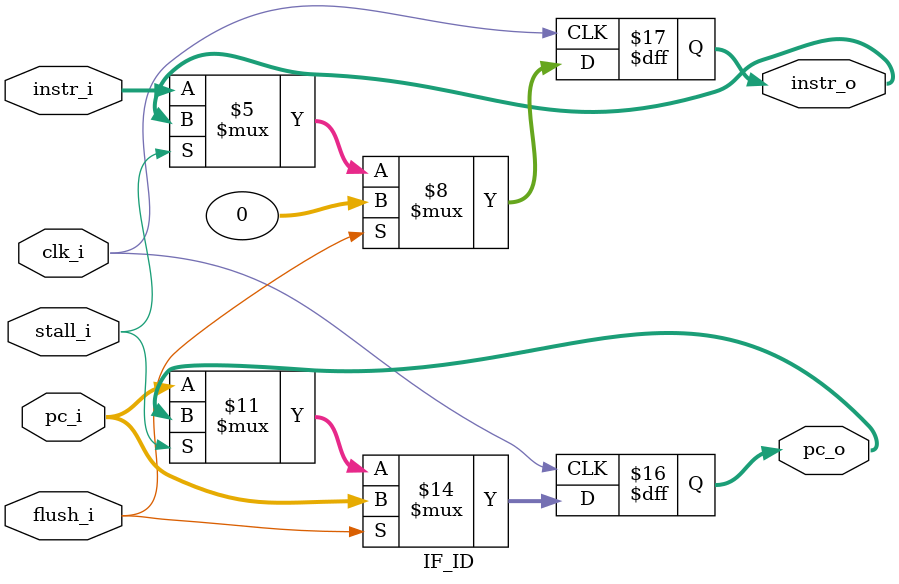
<source format=v>
module IF_ID(
    clk_i      ,
    pc_i       ,
    instr_i    ,
    stall_i   ,
    flush_i    ,
    pc_o 	   ,
    instr_o   
);

input 				clk_i, stall_i, flush_i;
input   [31:0]      pc_i;
input	[31:0] 		instr_i;

output reg  [31:0]      pc_o;
output reg	[31:0] 		instr_o;

always @(posedge clk_i) begin
    if (flush_i == 1'b1) begin
        pc_o <= pc_i;
        instr_o <= 32'b0;
    end
    else if (stall_i == 1'b1) begin
    	pc_o <= pc_o;
        instr_o <= instr_o;
    end
    else begin
    	pc_o <= pc_i;
        instr_o <= instr_i;
    end
end
endmodule

</source>
